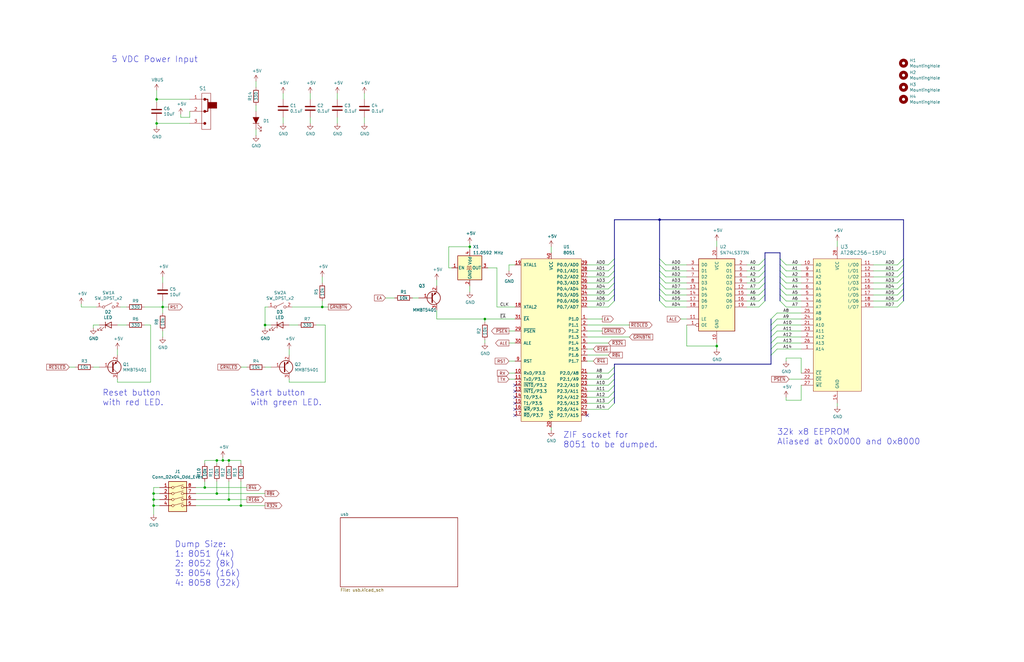
<source format=kicad_sch>
(kicad_sch (version 20211123) (generator eeschema)
  (paper "B")
  (title_block (title "8051dumper") (date "2022-01-23") (rev "1.0a") (company "SweProj.com"))
  (junction (at 302.26 146.05))
  (junction (at 96.52 210.82))
  (junction (at 66.04 52.07))
  (junction (at 64.77 210.82))
  (junction (at 96.52 194.31))
  (junction (at 198.12 104.14))
  (junction (at 91.44 194.31))
  (junction (at 66.04 41.91))
  (junction (at 91.44 208.28))
  (junction (at 135.89 129.54))
  (junction (at 68.58 129.54))
  (junction (at 101.6 213.36))
  (junction (at 204.47 134.62))
  (junction (at 111.76 137.16))
  (junction (at 64.77 208.28))
  (junction (at 64.77 213.36))
  (junction (at 278.13 92.71))
  (junction (at 86.36 205.74))
  (junction (at 93.98 194.31))
  (no_connect (at 217.17 175.26))
  (no_connect (at 217.17 172.72))
  (no_connect (at 217.17 162.56))
  (no_connect (at 217.17 165.1))
  (no_connect (at 217.17 167.64))
  (no_connect (at 247.65 175.26))
  (no_connect (at 217.17 170.18))
  (bus_entry (at 278.13 114.3) (size 2.54 2.54))
  (bus_entry (at 256.54 165.1) (size 2.54 -2.54))
  (bus_entry (at 327.66 147.32) (size -2.54 2.54))
  (bus_entry (at 256.54 124.46) (size 2.54 -2.54))
  (bus_entry (at 256.54 162.56) (size 2.54 -2.54))
  (bus_entry (at 328.93 124.46) (size 2.54 2.54))
  (bus_entry (at 378.46 119.38) (size 2.54 -2.54))
  (bus_entry (at 256.54 121.92) (size 2.54 -2.54))
  (bus_entry (at 378.46 121.92) (size 2.54 -2.54))
  (bus_entry (at 256.54 157.48) (size 2.54 -2.54))
  (bus_entry (at 278.13 119.38) (size 2.54 2.54))
  (bus_entry (at 256.54 170.18) (size 2.54 -2.54))
  (bus_entry (at 278.13 109.22) (size 2.54 2.54))
  (bus_entry (at 256.54 119.38) (size 2.54 -2.54))
  (bus_entry (at 378.46 124.46) (size 2.54 -2.54))
  (bus_entry (at 378.46 111.76) (size 2.54 -2.54))
  (bus_entry (at 320.04 124.46) (size 2.54 -2.54))
  (bus_entry (at 328.93 116.84) (size 2.54 2.54))
  (bus_entry (at 327.66 132.08) (size -2.54 2.54))
  (bus_entry (at 278.13 124.46) (size 2.54 2.54))
  (bus_entry (at 327.66 137.16) (size -2.54 2.54))
  (bus_entry (at 278.13 127) (size 2.54 2.54))
  (bus_entry (at 328.93 109.22) (size 2.54 2.54))
  (bus_entry (at 328.93 114.3) (size 2.54 2.54))
  (bus_entry (at 320.04 116.84) (size 2.54 -2.54))
  (bus_entry (at 256.54 129.54) (size 2.54 -2.54))
  (bus_entry (at 320.04 119.38) (size 2.54 -2.54))
  (bus_entry (at 278.13 111.76) (size 2.54 2.54))
  (bus_entry (at 328.93 119.38) (size 2.54 2.54))
  (bus_entry (at 325.12 137.16) (size 2.54 -2.54))
  (bus_entry (at 378.46 127) (size 2.54 -2.54))
  (bus_entry (at 325.12 147.32) (size 2.54 -2.54))
  (bus_entry (at 256.54 116.84) (size 2.54 -2.54))
  (bus_entry (at 256.54 114.3) (size 2.54 -2.54))
  (bus_entry (at 256.54 172.72) (size 2.54 -2.54))
  (bus_entry (at 325.12 142.24) (size 2.54 -2.54))
  (bus_entry (at 378.46 129.54) (size 2.54 -2.54))
  (bus_entry (at 320.04 114.3) (size 2.54 -2.54))
  (bus_entry (at 278.13 116.84) (size 2.54 2.54))
  (bus_entry (at 320.04 129.54) (size 2.54 -2.54))
  (bus_entry (at 378.46 116.84) (size 2.54 -2.54))
  (bus_entry (at 256.54 167.64) (size 2.54 -2.54))
  (bus_entry (at 256.54 127) (size 2.54 -2.54))
  (bus_entry (at 320.04 121.92) (size 2.54 -2.54))
  (bus_entry (at 256.54 160.02) (size 2.54 -2.54))
  (bus_entry (at 320.04 127) (size 2.54 -2.54))
  (bus_entry (at 256.54 111.76) (size 2.54 -2.54))
  (bus_entry (at 328.93 121.92) (size 2.54 2.54))
  (bus_entry (at 320.04 111.76) (size 2.54 -2.54))
  (bus_entry (at 378.46 114.3) (size 2.54 -2.54))
  (bus_entry (at 278.13 121.92) (size 2.54 2.54))
  (bus_entry (at 328.93 127) (size 2.54 2.54))
  (bus_entry (at 328.93 111.76) (size 2.54 2.54))
  (bus_entry (at 327.66 142.24) (size -2.54 2.54))
  (wire (pts (xy 101.6 154.94) (xy 104.14 154.94)))
  (wire (pts (xy 337.82 111.76) (xy 331.47 111.76)))
  (wire (pts (xy 91.44 208.28) (xy 111.76 208.28)))
  (wire (pts (xy 353.06 101.6) (xy 353.06 104.14)))
  (wire (pts (xy 91.44 203.2) (xy 91.44 208.28)))
  (wire (pts (xy 289.56 129.54) (xy 280.67 129.54)))
  (wire (pts (xy 247.65 114.3) (xy 256.54 114.3)))
  (bus (pts (xy 322.58 109.22) (xy 322.58 111.76)))
  (wire (pts (xy 82.55 213.36) (xy 101.6 213.36)))
  (wire (pts (xy 137.16 137.16) (xy 133.35 137.16)))
  (wire (pts (xy 86.36 195.58) (xy 86.36 194.31)))
  (wire (pts (xy 142.24 52.07) (xy 142.24 49.53)))
  (wire (pts (xy 135.89 116.84) (xy 135.89 119.38)))
  (wire (pts (xy 91.44 194.31) (xy 93.98 194.31)))
  (wire (pts (xy 93.98 193.04) (xy 93.98 194.31)))
  (wire (pts (xy 39.37 137.16) (xy 41.91 137.16)))
  (bus (pts (xy 259.08 154.94) (xy 259.08 157.48)))
  (wire (pts (xy 138.43 129.54) (xy 135.89 129.54)))
  (wire (pts (xy 302.26 144.78) (xy 302.26 146.05)))
  (bus (pts (xy 278.13 92.71) (xy 259.08 92.71)))
  (wire (pts (xy 119.38 41.91) (xy 119.38 39.37)))
  (wire (pts (xy 204.47 144.78) (xy 204.47 143.51)))
  (wire (pts (xy 353.06 171.45) (xy 353.06 170.18)))
  (wire (pts (xy 331.47 151.13) (xy 331.47 152.4)))
  (wire (pts (xy 337.82 137.16) (xy 327.66 137.16)))
  (wire (pts (xy 64.77 208.28) (xy 67.31 208.28)))
  (wire (pts (xy 184.15 130.81) (xy 184.15 134.62)))
  (wire (pts (xy 289.56 121.92) (xy 280.67 121.92)))
  (wire (pts (xy 82.55 208.28) (xy 91.44 208.28)))
  (wire (pts (xy 247.65 111.76) (xy 256.54 111.76)))
  (wire (pts (xy 287.02 134.62) (xy 289.56 134.62)))
  (wire (pts (xy 198.12 104.14) (xy 198.12 102.87)))
  (wire (pts (xy 68.58 129.54) (xy 68.58 132.08)))
  (wire (pts (xy 247.65 137.16) (xy 265.43 137.16)))
  (wire (pts (xy 247.65 149.86) (xy 256.54 149.86)))
  (bus (pts (xy 381 124.46) (xy 381 127)))
  (wire (pts (xy 205.74 113.03) (xy 209.55 113.03)))
  (bus (pts (xy 259.08 111.76) (xy 259.08 114.3)))
  (wire (pts (xy 130.81 41.91) (xy 130.81 39.37)))
  (wire (pts (xy 49.53 161.29) (xy 63.5 161.29)))
  (wire (pts (xy 247.65 165.1) (xy 256.54 165.1)))
  (bus (pts (xy 325.12 139.7) (xy 325.12 142.24)))
  (wire (pts (xy 111.76 138.43) (xy 111.76 137.16)))
  (wire (pts (xy 137.16 161.29) (xy 137.16 137.16)))
  (bus (pts (xy 328.93 114.3) (xy 328.93 116.84)))
  (bus (pts (xy 381 111.76) (xy 381 114.3)))
  (wire (pts (xy 247.65 170.18) (xy 256.54 170.18)))
  (bus (pts (xy 259.08 153.67) (xy 325.12 153.67)))
  (wire (pts (xy 302.26 146.05) (xy 289.56 146.05)))
  (bus (pts (xy 259.08 92.71) (xy 259.08 109.22)))
  (wire (pts (xy 64.77 210.82) (xy 64.77 213.36)))
  (wire (pts (xy 265.43 142.24) (xy 247.65 142.24)))
  (bus (pts (xy 322.58 114.3) (xy 322.58 116.84)))
  (wire (pts (xy 64.77 205.74) (xy 64.77 208.28)))
  (wire (pts (xy 66.04 52.07) (xy 80.01 52.07)))
  (wire (pts (xy 337.82 121.92) (xy 331.47 121.92)))
  (bus (pts (xy 322.58 111.76) (xy 322.58 114.3)))
  (wire (pts (xy 173.99 125.73) (xy 176.53 125.73)))
  (wire (pts (xy 190.5 113.03) (xy 189.23 113.03)))
  (bus (pts (xy 381 92.71) (xy 278.13 92.71)))
  (wire (pts (xy 247.65 116.84) (xy 256.54 116.84)))
  (wire (pts (xy 130.81 52.07) (xy 130.81 49.53)))
  (wire (pts (xy 101.6 213.36) (xy 111.76 213.36)))
  (wire (pts (xy 119.38 52.07) (xy 119.38 49.53)))
  (bus (pts (xy 322.58 124.46) (xy 322.58 127)))
  (wire (pts (xy 68.58 119.38) (xy 68.58 116.84)))
  (wire (pts (xy 247.65 129.54) (xy 256.54 129.54)))
  (wire (pts (xy 247.65 124.46) (xy 256.54 124.46)))
  (wire (pts (xy 198.12 123.19) (xy 198.12 120.65)))
  (bus (pts (xy 328.93 106.68) (xy 328.93 109.22)))
  (wire (pts (xy 111.76 154.94) (xy 114.3 154.94)))
  (bus (pts (xy 278.13 111.76) (xy 278.13 114.3)))
  (bus (pts (xy 325.12 147.32) (xy 325.12 149.86)))
  (wire (pts (xy 93.98 194.31) (xy 96.52 194.31)))
  (bus (pts (xy 381 109.22) (xy 381 111.76)))
  (wire (pts (xy 86.36 194.31) (xy 91.44 194.31)))
  (wire (pts (xy 289.56 111.76) (xy 280.67 111.76)))
  (wire (pts (xy 314.96 127) (xy 320.04 127)))
  (bus (pts (xy 278.13 119.38) (xy 278.13 121.92)))
  (bus (pts (xy 381 119.38) (xy 381 121.92)))
  (wire (pts (xy 214.63 114.3) (xy 214.63 111.76)))
  (bus (pts (xy 278.13 124.46) (xy 278.13 127)))
  (bus (pts (xy 328.93 109.22) (xy 328.93 111.76)))
  (wire (pts (xy 214.63 144.78) (xy 217.17 144.78)))
  (wire (pts (xy 214.63 157.48) (xy 217.17 157.48)))
  (wire (pts (xy 247.65 119.38) (xy 256.54 119.38)))
  (wire (pts (xy 76.2 49.53) (xy 80.01 49.53)))
  (bus (pts (xy 259.08 165.1) (xy 259.08 167.64)))
  (wire (pts (xy 204.47 134.62) (xy 217.17 134.62)))
  (wire (pts (xy 289.56 119.38) (xy 280.67 119.38)))
  (wire (pts (xy 63.5 161.29) (xy 63.5 137.16)))
  (wire (pts (xy 60.96 129.54) (xy 68.58 129.54)))
  (wire (pts (xy 232.41 181.61) (xy 232.41 180.34)))
  (wire (pts (xy 111.76 129.54) (xy 111.76 137.16)))
  (bus (pts (xy 259.08 160.02) (xy 259.08 162.56)))
  (wire (pts (xy 184.15 118.11) (xy 184.15 120.65)))
  (bus (pts (xy 322.58 106.68) (xy 322.58 109.22)))
  (wire (pts (xy 302.26 146.05) (xy 302.26 147.32)))
  (wire (pts (xy 189.23 113.03) (xy 189.23 104.14)))
  (bus (pts (xy 259.08 121.92) (xy 259.08 124.46)))
  (wire (pts (xy 135.89 129.54) (xy 135.89 127)))
  (wire (pts (xy 337.82 132.08) (xy 327.66 132.08)))
  (wire (pts (xy 314.96 129.54) (xy 320.04 129.54)))
  (wire (pts (xy 80.01 49.53) (xy 80.01 46.99)))
  (bus (pts (xy 322.58 106.68) (xy 328.93 106.68)))
  (wire (pts (xy 111.76 137.16) (xy 114.3 137.16)))
  (wire (pts (xy 254 139.7) (xy 247.65 139.7)))
  (wire (pts (xy 53.34 129.54) (xy 50.8 129.54)))
  (wire (pts (xy 66.04 41.91) (xy 80.01 41.91)))
  (wire (pts (xy 184.15 134.62) (xy 204.47 134.62)))
  (wire (pts (xy 337.82 129.54) (xy 331.47 129.54)))
  (wire (pts (xy 337.82 116.84) (xy 331.47 116.84)))
  (wire (pts (xy 104.14 210.82) (xy 96.52 210.82)))
  (bus (pts (xy 328.93 111.76) (xy 328.93 114.3)))
  (wire (pts (xy 247.65 172.72) (xy 256.54 172.72)))
  (wire (pts (xy 29.21 154.94) (xy 31.75 154.94)))
  (wire (pts (xy 64.77 213.36) (xy 67.31 213.36)))
  (wire (pts (xy 368.3 129.54) (xy 378.46 129.54)))
  (wire (pts (xy 153.67 52.07) (xy 153.67 49.53)))
  (wire (pts (xy 247.65 157.48) (xy 256.54 157.48)))
  (wire (pts (xy 66.04 38.1) (xy 66.04 41.91)))
  (wire (pts (xy 337.82 144.78) (xy 327.66 144.78)))
  (wire (pts (xy 314.96 114.3) (xy 320.04 114.3)))
  (wire (pts (xy 121.92 160.02) (xy 121.92 161.29)))
  (bus (pts (xy 278.13 121.92) (xy 278.13 124.46)))
  (wire (pts (xy 314.96 111.76) (xy 320.04 111.76)))
  (wire (pts (xy 368.3 114.3) (xy 378.46 114.3)))
  (wire (pts (xy 162.56 125.73) (xy 166.37 125.73)))
  (wire (pts (xy 39.37 154.94) (xy 41.91 154.94)))
  (wire (pts (xy 64.77 205.74) (xy 67.31 205.74)))
  (wire (pts (xy 96.52 194.31) (xy 101.6 194.31)))
  (wire (pts (xy 331.47 167.64) (xy 331.47 168.91)))
  (bus (pts (xy 328.93 116.84) (xy 328.93 119.38)))
  (bus (pts (xy 322.58 121.92) (xy 322.58 124.46)))
  (wire (pts (xy 64.77 208.28) (xy 64.77 210.82)))
  (wire (pts (xy 39.37 138.43) (xy 39.37 137.16)))
  (wire (pts (xy 247.65 127) (xy 256.54 127)))
  (bus (pts (xy 259.08 153.67) (xy 259.08 154.94)))
  (wire (pts (xy 250.19 147.32) (xy 247.65 147.32)))
  (wire (pts (xy 34.29 129.54) (xy 40.64 129.54)))
  (wire (pts (xy 214.63 152.4) (xy 217.17 152.4)))
  (wire (pts (xy 331.47 151.13) (xy 337.82 151.13)))
  (bus (pts (xy 259.08 119.38) (xy 259.08 121.92)))
  (wire (pts (xy 34.29 128.27) (xy 34.29 129.54)))
  (wire (pts (xy 121.92 161.29) (xy 137.16 161.29)))
  (wire (pts (xy 101.6 194.31) (xy 101.6 195.58)))
  (wire (pts (xy 337.82 168.91) (xy 337.82 162.56)))
  (wire (pts (xy 214.63 111.76) (xy 217.17 111.76)))
  (wire (pts (xy 368.3 111.76) (xy 378.46 111.76)))
  (bus (pts (xy 259.08 116.84) (xy 259.08 119.38)))
  (wire (pts (xy 96.52 210.82) (xy 82.55 210.82)))
  (bus (pts (xy 278.13 116.84) (xy 278.13 119.38)))
  (bus (pts (xy 381 92.71) (xy 381 109.22)))
  (bus (pts (xy 259.08 109.22) (xy 259.08 111.76)))
  (wire (pts (xy 337.82 134.62) (xy 327.66 134.62)))
  (wire (pts (xy 289.56 124.46) (xy 280.67 124.46)))
  (wire (pts (xy 337.82 114.3) (xy 331.47 114.3)))
  (wire (pts (xy 121.92 137.16) (xy 125.73 137.16)))
  (wire (pts (xy 254 134.62) (xy 247.65 134.62)))
  (wire (pts (xy 250.19 152.4) (xy 247.65 152.4)))
  (wire (pts (xy 289.56 127) (xy 280.67 127)))
  (wire (pts (xy 247.65 160.02) (xy 256.54 160.02)))
  (wire (pts (xy 337.82 157.48) (xy 337.82 151.13)))
  (wire (pts (xy 49.53 147.32) (xy 49.53 149.86)))
  (bus (pts (xy 328.93 119.38) (xy 328.93 121.92)))
  (bus (pts (xy 325.12 134.62) (xy 325.12 137.16)))
  (bus (pts (xy 278.13 114.3) (xy 278.13 116.84)))
  (bus (pts (xy 381 116.84) (xy 381 119.38)))
  (wire (pts (xy 368.3 116.84) (xy 378.46 116.84)))
  (wire (pts (xy 232.41 104.14) (xy 232.41 106.68)))
  (wire (pts (xy 123.19 129.54) (xy 135.89 129.54)))
  (bus (pts (xy 259.08 114.3) (xy 259.08 116.84)))
  (wire (pts (xy 289.56 116.84) (xy 280.67 116.84)))
  (wire (pts (xy 101.6 203.2) (xy 101.6 213.36)))
  (wire (pts (xy 314.96 119.38) (xy 320.04 119.38)))
  (wire (pts (xy 332.74 160.02) (xy 337.82 160.02)))
  (wire (pts (xy 247.65 167.64) (xy 256.54 167.64)))
  (bus (pts (xy 259.08 124.46) (xy 259.08 127)))
  (wire (pts (xy 66.04 50.8) (xy 66.04 52.07)))
  (wire (pts (xy 96.52 203.2) (xy 96.52 210.82)))
  (bus (pts (xy 381 121.92) (xy 381 124.46)))
  (wire (pts (xy 142.24 41.91) (xy 142.24 39.37)))
  (wire (pts (xy 368.3 124.46) (xy 378.46 124.46)))
  (wire (pts (xy 368.3 127) (xy 378.46 127)))
  (bus (pts (xy 325.12 142.24) (xy 325.12 144.78)))
  (wire (pts (xy 209.55 113.03) (xy 209.55 129.54)))
  (wire (pts (xy 64.77 213.36) (xy 64.77 217.17)))
  (wire (pts (xy 96.52 195.58) (xy 96.52 194.31)))
  (wire (pts (xy 76.2 48.26) (xy 76.2 49.53)))
  (wire (pts (xy 86.36 203.2) (xy 86.36 205.74)))
  (bus (pts (xy 325.12 144.78) (xy 325.12 147.32)))
  (wire (pts (xy 198.12 105.41) (xy 198.12 104.14)))
  (bus (pts (xy 328.93 124.46) (xy 328.93 127)))
  (bus (pts (xy 259.08 162.56) (xy 259.08 165.1)))
  (wire (pts (xy 337.82 119.38) (xy 331.47 119.38)))
  (wire (pts (xy 64.77 210.82) (xy 67.31 210.82)))
  (bus (pts (xy 278.13 109.22) (xy 278.13 111.76)))
  (wire (pts (xy 66.04 53.34) (xy 66.04 52.07)))
  (wire (pts (xy 247.65 144.78) (xy 256.54 144.78)))
  (wire (pts (xy 204.47 135.89) (xy 204.47 134.62)))
  (wire (pts (xy 314.96 121.92) (xy 320.04 121.92)))
  (wire (pts (xy 214.63 160.02) (xy 217.17 160.02)))
  (wire (pts (xy 337.82 142.24) (xy 327.66 142.24)))
  (wire (pts (xy 247.65 121.92) (xy 256.54 121.92)))
  (wire (pts (xy 71.12 129.54) (xy 68.58 129.54)))
  (wire (pts (xy 113.03 129.54) (xy 111.76 129.54)))
  (wire (pts (xy 104.14 205.74) (xy 86.36 205.74)))
  (wire (pts (xy 217.17 139.7) (xy 214.63 139.7)))
  (bus (pts (xy 325.12 137.16) (xy 325.12 139.7)))
  (wire (pts (xy 68.58 142.24) (xy 68.58 139.7)))
  (wire (pts (xy 91.44 195.58) (xy 91.44 194.31)))
  (wire (pts (xy 66.04 43.18) (xy 66.04 41.91)))
  (wire (pts (xy 121.92 147.32) (xy 121.92 149.86)))
  (wire (pts (xy 314.96 124.46) (xy 320.04 124.46)))
  (bus (pts (xy 322.58 119.38) (xy 322.58 121.92)))
  (bus (pts (xy 259.08 157.48) (xy 259.08 160.02)))
  (wire (pts (xy 49.53 160.02) (xy 49.53 161.29)))
  (wire (pts (xy 337.82 147.32) (xy 327.66 147.32)))
  (wire (pts (xy 289.56 114.3) (xy 280.67 114.3)))
  (wire (pts (xy 153.67 41.91) (xy 153.67 39.37)))
  (bus (pts (xy 325.12 149.86) (xy 325.12 153.67)))
  (wire (pts (xy 337.82 124.46) (xy 331.47 124.46)))
  (bus (pts (xy 278.13 92.71) (xy 278.13 109.22)))
  (wire (pts (xy 107.95 34.29) (xy 107.95 36.83)))
  (wire (pts (xy 189.23 104.14) (xy 198.12 104.14)))
  (wire (pts (xy 368.3 119.38) (xy 378.46 119.38)))
  (bus (pts (xy 259.08 167.64) (xy 259.08 170.18)))
  (bus (pts (xy 381 114.3) (xy 381 116.84)))
  (wire (pts (xy 337.82 127) (xy 331.47 127)))
  (wire (pts (xy 368.3 121.92) (xy 378.46 121.92)))
  (wire (pts (xy 49.53 137.16) (xy 53.34 137.16)))
  (wire (pts (xy 314.96 116.84) (xy 320.04 116.84)))
  (wire (pts (xy 63.5 137.16) (xy 60.96 137.16)))
  (wire (pts (xy 209.55 129.54) (xy 217.17 129.54)))
  (wire (pts (xy 86.36 205.74) (xy 82.55 205.74)))
  (bus (pts (xy 328.93 121.92) (xy 328.93 124.46)))
  (wire (pts (xy 247.65 162.56) (xy 256.54 162.56)))
  (wire (pts (xy 68.58 127) (xy 68.58 129.54)))
  (wire (pts (xy 107.95 54.61) (xy 107.95 57.15)))
  (wire (pts (xy 331.47 168.91) (xy 337.82 168.91)))
  (wire (pts (xy 107.95 44.45) (xy 107.95 46.99)))
  (wire (pts (xy 289.56 146.05) (xy 289.56 137.16)))
  (bus (pts (xy 322.58 116.84) (xy 322.58 119.38)))
  (wire (pts (xy 302.26 101.6) (xy 302.26 104.14)))
  (wire (pts (xy 337.82 139.7) (xy 327.66 139.7)))
  (text "32k x8 EEPROM\nAliased at 0x0000 and 0x8000" (at 327.66 187.96 0) (effects (font (size 2.54 2.54)) (justify left bottom)))
  (text "Reset button\nwith red LED." (at 43.18 171.45 0) (effects (font (size 2.54 2.54)) (justify left bottom)))
  (text "Dump Size:\n1: 8051 (4k)\n2: 8052 (8k)\n3: 8054 (16k)\n4: 8058 (32k)" (at 73.66 247.65 0) (effects (font (size 2.54 2.54)) (justify left bottom)))
  (text "ZIF socket for\n8051 to be dumped." (at 237.49 189.23 0) (effects (font (size 2.54 2.54)) (justify left bottom)))
  (text "Start button\nwith green LED." (at 105.41 171.45 0) (effects (font (size 2.54 2.54)) (justify left bottom)))
  (text "5 VDC Power Input" (at 46.99 26.67 0) (effects (font (size 2.54 2.54)) (justify left bottom)))
  (label "A5" (at 334.01 124.46 0))
  (label "~{EA}" (at 210.82 134.62 0))
  (label "A11" (at 251.46 165.1 0))
  (label "A6" (at 334.01 127 0))
  (label "A9" (at 330.2 134.62 0))
  (label "A2" (at 334.01 116.84 0))
  (label "A8" (at 330.2 132.08 0))
  (label "AD4" (at 373.38 121.92 0))
  (label "AD2" (at 373.38 116.84 0))
  (label "AD0" (at 283.21 111.76 0))
  (label "AD6" (at 283.21 124.46 0))
  (label "AD1" (at 251.46 114.3 0))
  (label "AD5" (at 283.21 127 0))
  (label "AD3" (at 283.21 119.38 0))
  (label "CLK" (at 210.82 129.54 0))
  (label "A13" (at 251.46 170.18 0))
  (label "AD7" (at 283.21 121.92 0))
  (label "AD3" (at 373.38 119.38 0))
  (label "AD0" (at 373.38 111.76 0))
  (label "AD4" (at 251.46 121.92 0))
  (label "A7" (at 316.23 121.92 0))
  (label "A7" (at 334.01 129.54 0))
  (label "AD2" (at 283.21 116.84 0))
  (label "A12" (at 251.46 167.64 0))
  (label "A3" (at 316.23 119.38 0))
  (label "AD1" (at 283.21 114.3 0))
  (label "A3" (at 334.01 119.38 0))
  (label "AD3" (at 251.46 119.38 0))
  (label "A4" (at 334.01 121.92 0))
  (label "A13" (at 330.2 144.78 0))
  (label "AD6" (at 251.46 127 0))
  (label "A8" (at 251.46 157.48 0))
  (label "A1" (at 316.23 114.3 0))
  (label "A1" (at 334.01 114.3 0))
  (label "A10" (at 330.2 137.16 0))
  (label "AD7" (at 373.38 129.54 0))
  (label "AD7" (at 251.46 129.54 0))
  (label "A6" (at 316.23 124.46 0))
  (label "AD6" (at 373.38 127 0))
  (label "AD0" (at 251.46 111.76 0))
  (label "A2" (at 316.23 116.84 0))
  (label "AD4" (at 283.21 129.54 0))
  (label "AD2" (at 251.46 116.84 0))
  (label "AD5" (at 373.38 124.46 0))
  (label "AD1" (at 373.38 114.3 0))
  (label "A0" (at 334.01 111.76 0))
  (label "A0" (at 316.23 111.76 0))
  (label "A4" (at 316.23 129.54 0))
  (label "A11" (at 330.2 139.7 0))
  (label "A12" (at 330.2 142.24 0))
  (label "A14" (at 251.46 172.72 0))
  (label "A14" (at 330.2 147.32 0))
  (label "AD5" (at 251.46 124.46 0))
  (label "A9" (at 251.46 160.02 0))
  (label "A10" (at 251.46 162.56 0))
  (label "A5" (at 316.23 127 0))
  (global_label "~{R8k}" (shape output) (at 111.76 208.28 0) (property "Intersheet References" "${INTERSHEET_REFS}" (effects hide)))
  (global_label "~{GRNBTN}" (shape input) (at 265.43 142.24 0) (property "Intersheet References" "${INTERSHEET_REFS}" (effects hide)))
  (global_label "~{GRNLED}" (shape input) (at 101.6 154.94 180) (property "Intersheet References" "${INTERSHEET_REFS}" (effects hide)))
  (global_label "TX" (shape input) (at 214.63 160.02 180) (property "Intersheet References" "${INTERSHEET_REFS}" (effects hide)))
  (global_label "~{R16k}" (shape output) (at 104.14 210.82 0) (property "Intersheet References" "${INTERSHEET_REFS}" (effects hide)))
  (global_label "~{GRNLED}" (shape output) (at 254 139.7 0) (property "Intersheet References" "${INTERSHEET_REFS}" (effects hide)))
  (global_label "~{R4k}" (shape input) (at 250.19 152.4 0) (property "Intersheet References" "${INTERSHEET_REFS}" (effects hide)))
  (global_label "~{REDLED}" (shape output) (at 265.43 137.16 0) (property "Intersheet References" "${INTERSHEET_REFS}" (effects hide)))
  (global_label "EA" (shape output) (at 254 134.62 0) (property "Intersheet References" "${INTERSHEET_REFS}" (effects hide)))
  (global_label "EA" (shape input) (at 162.56 125.73 180) (property "Intersheet References" "${INTERSHEET_REFS}" (effects hide)))
  (global_label "ALE" (shape output) (at 214.63 144.78 180) (property "Intersheet References" "${INTERSHEET_REFS}" (effects hide)))
  (global_label "RX" (shape input) (at 214.63 157.48 180) (property "Intersheet References" "${INTERSHEET_REFS}" (effects hide)))
  (global_label "~{R16k}" (shape input) (at 250.19 147.32 0) (property "Intersheet References" "${INTERSHEET_REFS}" (effects hide)))
  (global_label "~{R4k}" (shape output) (at 104.14 205.74 0) (property "Intersheet References" "${INTERSHEET_REFS}" (effects hide)))
  (global_label "RST" (shape input) (at 214.63 152.4 180) (property "Intersheet References" "${INTERSHEET_REFS}" (effects hide)))
  (global_label "~{R32k}" (shape output) (at 111.76 213.36 0) (property "Intersheet References" "${INTERSHEET_REFS}" (effects hide)))
  (global_label "~{REDLED}" (shape input) (at 29.21 154.94 180) (property "Intersheet References" "${INTERSHEET_REFS}" (effects hide)))
  (global_label "~{R32k}" (shape input) (at 256.54 144.78 0) (property "Intersheet References" "${INTERSHEET_REFS}" (effects hide)))
  (global_label "~{PSEN}" (shape input) (at 332.74 160.02 180) (property "Intersheet References" "${INTERSHEET_REFS}" (effects hide)))
  (global_label "RST" (shape output) (at 71.12 129.54 0) (property "Intersheet References" "${INTERSHEET_REFS}" (effects hide)))
  (global_label "~{PSEN}" (shape output) (at 214.63 139.7 180) (property "Intersheet References" "${INTERSHEET_REFS}" (effects hide)))
  (global_label "~{R8k}" (shape input) (at 256.54 149.86 0) (property "Intersheet References" "${INTERSHEET_REFS}" (effects hide)))
  (global_label "~{GRNBTN}" (shape output) (at 138.43 129.54 0) (property "Intersheet References" "${INTERSHEET_REFS}" (effects hide)))
  (global_label "ALE" (shape input) (at 287.02 134.62 180) (property "Intersheet References" "${INTERSHEET_REFS}" (effects hide)))
  (symbol (lib_id "8051dumper-rescue:8051-MCU_8051") (at 232.41 143.51 0) (unit 1)
    (property "Reference" "U1" (at 237.49 104.14 0) (effects (justify left)))
    (property "Value" "8051" (at 237.49 106.68 0) (effects (justify left)))
    (property "Footprint" "Package_DIP:DIP-40_W15.24mm_ZIF_Socket_Aries_40-6554-10" (effects hide))
    (property "MPN" "Aries:40-6554-10" (effects hide))
    (property "IPN" "TBD" (effects hide))
  )
  (symbol (lib_id "8051dumper-rescue:SN74LS373N-Logic") (at 302.26 124.46 0) (unit 1)
    (property "Reference" "U2" (at 303.53 104.14 0) (effects (justify left)))
    (property "Value" "SN74LS373N" (at 303.53 106.68 0) (effects (justify left)))
    (property "Footprint" "Package_DIP:DIP-20_W7.62mm" (effects hide))
    (property "Datasheet" "http://www.ti.com/lit/gpn/sn74LS373" (effects hide))
    (property "MPN" "TI:SN74LS373N" (effects hide))
    (property "IPN" "TBD" (effects hide))
  )
  (symbol (lib_id "Oscillator:ASE-xxxMHz") (at 198.12 113.03 0) (unit 1)
    (property "Reference" "X1" (at 199.39 104.14 0) (effects (justify left)))
    (property "Value" "11.0592 MHz" (at 199.39 106.68 0) (effects (justify left)))
    (property "Footprint" "Oscillator:Oscillator_SMD_EuroQuartz_XO53-4Pin_5.0x3.2mm" (effects hide))
    (property "Datasheet" "http://www.ecsxtal.com/store/pdf/ecs-2200x.pdf" (effects hide))
    (property "MPN" "ECS:ECS-2200BX-110.5" (effects hide))
    (property "LCSC" "C387216" (effects hide))
  )
  (symbol (lib_id "8051dumper-rescue:AT28C256-15PU-Memory_EEPROM") (at 337.82 111.76 0) (unit 1)
    (property "Reference" "U3" (at 354.33 104.14 0) (effects (font (size 1.524 1.524)) (justify left)))
    (property "Value" "AT28C256-15PU" (at 354.33 106.68 0) (effects (font (size 1.524 1.524)) (justify left)))
    (property "Footprint" "Package_DIP:DIP-28_W15.24mm_Socket" (effects hide))
    (property "MPN" "Microchip:AT28C256-15PU" (effects hide))
    (property "IPN" "TBD" (effects hide))
  )
  (symbol (lib_id "8051dumper-rescue:C_0.1uF_50V_X7R_radial-Capacitor") (at 119.38 45.72 0) (unit 1)
    (property "Reference" "C1" (at 122.301 44.5516 0) (effects (justify left)))
    (property "Value" "0.1uF" (at 122.301 46.863 0) (effects (justify left)))
    (property "Footprint" "Capacitor_SMD:C_0402_1005Metric" (effects hide))
    (property "Datasheet" "http://www.vishay.com/docs/45171/kseries.pdf" (effects hide))
    (property "MPN" "Vishay:K104K10X7RF5UL2" (effects hide))
    (property "LCSC" "C1525" (effects hide))
  )
  (symbol (lib_id "8051dumper-rescue:R_10k_1%_0p25W_axial-Resistor") (at 204.47 139.7 0) (unit 1)
    (property "Reference" "R2" (at 201.93 139.7 90))
    (property "Value" "10k" (at 204.47 139.7 90))
    (property "Footprint" "Resistor_SMD:R_0402_1005Metric" (effects hide))
    (property "Datasheet" "https://www.seielect.com/catalog/sei-rnf_rnmf.pdf" (effects hide))
    (property "MPN" "Stackpole:RNF14FTD10K0" (effects hide))
    (property "LCSC" "C25744" (effects hide))
  )
  (symbol (lib_id "8051dumper-rescue:R_332_1%_0p25W_axial-Resistor") (at 129.54 137.16 270) (unit 1)
    (property "Reference" "R7" (at 129.54 134.62 90))
    (property "Value" "330" (at 129.54 137.16 90))
    (property "Footprint" "Resistor_SMD:R_0402_1005Metric" (effects hide))
    (property "Datasheet" "https://www.seielect.com/catalog/sei-rnf_rnmf.pdf" (effects hide))
    (property "MPN" "Stackpole:RNF14FTD332R" (effects hide))
    (property "LCSC" "C25104" (effects hide))
  )
  (symbol (lib_id "power:GND") (at 214.63 114.3 0) (unit 1)
    (property "Reference" "#PWR07" (effects hide))
    (property "Value" "GND" (at 214.757 118.6942 0))
  )
  (symbol (lib_id "8051dumper-rescue:R_10k_1%_0p25W_axial-Resistor") (at 107.95 154.94 270) (unit 1)
    (property "Reference" "R4" (at 107.95 152.4 90))
    (property "Value" "10k" (at 107.95 154.94 90))
    (property "Footprint" "Resistor_SMD:R_0402_1005Metric" (effects hide))
    (property "Datasheet" "https://www.seielect.com/catalog/sei-rnf_rnmf.pdf" (effects hide))
    (property "MPN" "Stackpole:RNF14FTD10K0" (effects hide))
    (property "LCSC" "C25744" (effects hide))
  )
  (symbol (lib_id "8051dumper-rescue:R_10k_1%_0p25W_axial-Resistor") (at 170.18 125.73 270) (unit 1)
    (property "Reference" "R1" (at 170.18 123.19 90))
    (property "Value" "10k" (at 170.18 125.73 90))
    (property "Footprint" "Resistor_SMD:R_0402_1005Metric" (effects hide))
    (property "Datasheet" "https://www.seielect.com/catalog/sei-rnf_rnmf.pdf" (effects hide))
    (property "MPN" "Stackpole:RNF14FTD10K0" (effects hide))
    (property "LCSC" "C25744" (effects hide))
  )
  (symbol (lib_id "power:+5V") (at 121.92 147.32 0) (unit 1)
    (property "Reference" "#PWR016" (effects hide))
    (property "Value" "+5V" (at 122.301 142.9258 0))
  )
  (symbol (lib_id "power:GND") (at 111.76 138.43 0) (unit 1)
    (property "Reference" "#PWR029" (effects hide))
    (property "Value" "GND" (at 111.887 142.8242 0))
  )
  (symbol (lib_id "power:GND") (at 302.26 147.32 0) (unit 1)
    (property "Reference" "#PWR010" (effects hide))
    (property "Value" "GND" (at 302.387 151.7142 0))
  )
  (symbol (lib_id "power:GND") (at 232.41 181.61 0) (unit 1)
    (property "Reference" "#PWR014" (effects hide))
    (property "Value" "GND" (at 232.537 186.0042 0))
  )
  (symbol (lib_id "power:GND") (at 353.06 171.45 0) (unit 1)
    (property "Reference" "#PWR013" (effects hide))
    (property "Value" "GND" (at 353.187 175.8442 0))
  )
  (symbol (lib_id "8051dumper-rescue:R_332_1%_0p25W_axial-Resistor") (at 57.15 137.16 270) (unit 1)
    (property "Reference" "R6" (at 57.15 134.62 90))
    (property "Value" "330" (at 57.15 137.16 90))
    (property "Footprint" "Resistor_SMD:R_0402_1005Metric" (effects hide))
    (property "Datasheet" "https://www.seielect.com/catalog/sei-rnf_rnmf.pdf" (effects hide))
    (property "MPN" "Stackpole:RNF14FTD332R" (effects hide))
    (property "LCSC" "C25104" (effects hide))
  )
  (symbol (lib_id "8051dumper-rescue:R_10k_1%_0p25W_axial-Resistor") (at 35.56 154.94 270) (unit 1)
    (property "Reference" "R3" (at 35.56 152.4 90))
    (property "Value" "10k" (at 35.56 154.94 90))
    (property "Footprint" "Resistor_SMD:R_0402_1005Metric" (effects hide))
    (property "Datasheet" "https://www.seielect.com/catalog/sei-rnf_rnmf.pdf" (effects hide))
    (property "MPN" "Stackpole:RNF14FTD10K0" (effects hide))
    (property "LCSC" "C25744" (effects hide))
  )
  (symbol (lib_id "power:+5V") (at 49.53 147.32 0) (unit 1)
    (property "Reference" "#PWR015" (effects hide))
    (property "Value" "+5V" (at 49.911 142.9258 0))
  )
  (symbol (lib_id "power:GND") (at 39.37 138.43 0) (unit 1)
    (property "Reference" "#PWR028" (effects hide))
    (property "Value" "GND" (at 39.497 142.8242 0))
  )
  (symbol (lib_id "8051dumper-rescue:R_332_1%_0p25W_axial-Resistor") (at 57.15 129.54 270) (unit 1)
    (property "Reference" "R9" (at 57.15 127 90))
    (property "Value" "330" (at 57.15 129.54 90))
    (property "Footprint" "Resistor_SMD:R_0402_1005Metric" (effects hide))
    (property "Datasheet" "https://www.seielect.com/catalog/sei-rnf_rnmf.pdf" (effects hide))
    (property "MPN" "Stackpole:RNF14FTD332R" (effects hide))
    (property "LCSC" "C25104" (effects hide))
  )
  (symbol (lib_id "power:+5V") (at 302.26 101.6 0) (unit 1)
    (property "Reference" "#PWR03" (effects hide))
    (property "Value" "+5V" (at 302.641 97.2058 0))
  )
  (symbol (lib_id "power:+5V") (at 353.06 101.6 0) (unit 1)
    (property "Reference" "#PWR04" (effects hide))
    (property "Value" "+5V" (at 353.441 97.2058 0))
  )
  (symbol (lib_id "8051dumper-rescue:C_10uF_10V_X7R_radial-Capacitor") (at 68.58 123.19 0) (unit 1)
    (property "Reference" "C5" (at 71.501 122.0216 0) (effects (justify left)))
    (property "Value" "10uF" (at 71.501 124.333 0) (effects (justify left)))
    (property "Footprint" "Capacitor_SMD:C_0805_2012Metric" (effects hide))
    (property "Datasheet" "https://product.tdk.com/info/en/catalog/datasheets/leadmlcc_halogenfree_fg_en.pdf" (effects hide))
    (property "MPN" "TDK:FG24X7R1A106KRT06" (effects hide))
    (property "LCSC" "C15850" (effects hide))
  )
  (symbol (lib_id "power:+5V") (at 232.41 104.14 0) (unit 1)
    (property "Reference" "#PWR06" (effects hide))
    (property "Value" "+5V" (at 232.791 99.7458 0))
  )
  (symbol (lib_id "8051dumper-rescue:C_0.1uF_50V_X7R_radial-Capacitor") (at 130.81 45.72 0) (unit 1)
    (property "Reference" "C2" (at 133.731 44.5516 0) (effects (justify left)))
    (property "Value" "0.1uF" (at 133.731 46.863 0) (effects (justify left)))
    (property "Footprint" "Capacitor_SMD:C_0402_1005Metric" (effects hide))
    (property "Datasheet" "http://www.vishay.com/docs/45171/kseries.pdf" (effects hide))
    (property "MPN" "Vishay:K104K10X7RF5UL2" (effects hide))
    (property "LCSC" "C1525" (effects hide))
  )
  (symbol (lib_id "8051dumper-rescue:C_0.1uF_50V_X7R_radial-Capacitor") (at 142.24 45.72 0) (unit 1)
    (property "Reference" "C3" (at 145.161 44.5516 0) (effects (justify left)))
    (property "Value" "0.1uF" (at 145.161 46.863 0) (effects (justify left)))
    (property "Footprint" "Capacitor_SMD:C_0402_1005Metric" (effects hide))
    (property "Datasheet" "http://www.vishay.com/docs/45171/kseries.pdf" (effects hide))
    (property "MPN" "Vishay:K104K10X7RF5UL2" (effects hide))
    (property "LCSC" "C1525" (effects hide))
  )
  (symbol (lib_id "8051dumper-rescue:C_0.1uF_50V_X7R_radial-Capacitor") (at 153.67 45.72 0) (unit 1)
    (property "Reference" "C4" (at 156.591 44.5516 0) (effects (justify left)))
    (property "Value" "0.1uF" (at 156.591 46.863 0) (effects (justify left)))
    (property "Footprint" "Capacitor_SMD:C_0402_1005Metric" (effects hide))
    (property "Datasheet" "http://www.vishay.com/docs/45171/kseries.pdf" (effects hide))
    (property "MPN" "Vishay:K104K10X7RF5UL2" (effects hide))
    (property "LCSC" "C1525" (effects hide))
  )
  (symbol (lib_id "8051dumper-rescue:R_10k_1%_0p25W_axial-Resistor") (at 68.58 135.89 0) (unit 1)
    (property "Reference" "R8" (at 66.04 135.89 90))
    (property "Value" "10k" (at 68.58 135.89 90))
    (property "Footprint" "Resistor_SMD:R_0402_1005Metric" (effects hide))
    (property "Datasheet" "https://www.seielect.com/catalog/sei-rnf_rnmf.pdf" (effects hide))
    (property "MPN" "Stackpole:RNF14FTD10K0" (effects hide))
    (property "LCSC" "C25744" (effects hide))
  )
  (symbol (lib_id "power:+5V") (at 68.58 116.84 0) (unit 1)
    (property "Reference" "#PWR021" (effects hide))
    (property "Value" "+5V" (at 68.961 112.4458 0))
  )
  (symbol (lib_id "power:+5V") (at 76.2 48.26 0) (unit 1)
    (property "Reference" "#PWR01" (effects hide))
    (property "Value" "+5V" (at 76.581 43.8658 0))
  )
  (symbol (lib_id "power:GND") (at 66.04 53.34 0) (unit 1)
    (property "Reference" "#PWR02" (effects hide))
    (property "Value" "GND" (at 66.167 57.7342 0))
  )
  (symbol (lib_id "power:GND") (at 68.58 142.24 0) (unit 1)
    (property "Reference" "#PWR030" (effects hide))
    (property "Value" "GND" (at 68.707 146.6342 0))
  )
  (symbol (lib_id "power:+5V") (at 331.47 167.64 0) (unit 1)
    (property "Reference" "#PWR012" (effects hide))
    (property "Value" "+5V" (at 331.851 163.2458 0))
  )
  (symbol (lib_id "power:GND") (at 204.47 144.78 0) (unit 1)
    (property "Reference" "#PWR09" (effects hide))
    (property "Value" "GND" (at 204.597 149.1742 0))
  )
  (symbol (lib_id "power:+5V") (at 34.29 128.27 0) (unit 1)
    (property "Reference" "#PWR027" (effects hide))
    (property "Value" "+5V" (at 34.671 123.8758 0))
  )
  (symbol (lib_id "power:+5V") (at 119.38 39.37 0) (unit 1)
    (property "Reference" "#PWR017" (effects hide))
    (property "Value" "+5V" (at 119.761 34.9758 0))
  )
  (symbol (lib_id "power:GND") (at 119.38 52.07 0) (unit 1)
    (property "Reference" "#PWR023" (effects hide))
    (property "Value" "GND" (at 119.507 56.4642 0))
  )
  (symbol (lib_id "power:+5V") (at 130.81 39.37 0) (unit 1)
    (property "Reference" "#PWR018" (effects hide))
    (property "Value" "+5V" (at 131.191 34.9758 0))
  )
  (symbol (lib_id "power:GND") (at 130.81 52.07 0) (unit 1)
    (property "Reference" "#PWR024" (effects hide))
    (property "Value" "GND" (at 130.937 56.4642 0))
  )
  (symbol (lib_id "power:+5V") (at 142.24 39.37 0) (unit 1)
    (property "Reference" "#PWR019" (effects hide))
    (property "Value" "+5V" (at 142.621 34.9758 0))
  )
  (symbol (lib_id "power:GND") (at 142.24 52.07 0) (unit 1)
    (property "Reference" "#PWR025" (effects hide))
    (property "Value" "GND" (at 142.367 56.4642 0))
  )
  (symbol (lib_id "power:+5V") (at 153.67 39.37 0) (unit 1)
    (property "Reference" "#PWR020" (effects hide))
    (property "Value" "+5V" (at 154.051 34.9758 0))
  )
  (symbol (lib_id "power:GND") (at 153.67 52.07 0) (unit 1)
    (property "Reference" "#PWR026" (effects hide))
    (property "Value" "GND" (at 153.797 56.4642 0))
  )
  (symbol (lib_id "power:+5V") (at 198.12 102.87 0) (unit 1)
    (property "Reference" "#PWR05" (effects hide))
    (property "Value" "+5V" (at 198.501 98.4758 0))
  )
  (symbol (lib_id "8051dumper-rescue:R_10k_1%_0p25W_axial-Resistor") (at 135.89 123.19 0) (unit 1)
    (property "Reference" "R5" (at 133.35 123.19 90))
    (property "Value" "10k" (at 135.89 123.19 90))
    (property "Footprint" "Resistor_SMD:R_0402_1005Metric" (effects hide))
    (property "Datasheet" "https://www.seielect.com/catalog/sei-rnf_rnmf.pdf" (effects hide))
    (property "MPN" "Stackpole:RNF14FTD10K0" (effects hide))
    (property "LCSC" "C25744" (effects hide))
  )
  (symbol (lib_id "power:+5V") (at 135.89 116.84 0) (unit 1)
    (property "Reference" "#PWR022" (effects hide))
    (property "Value" "+5V" (at 136.271 112.4458 0))
  )
  (symbol (lib_id "power:GND") (at 198.12 123.19 0) (unit 1)
    (property "Reference" "#PWR08" (effects hide))
    (property "Value" "GND" (at 198.247 127.5842 0))
  )
  (symbol (lib_id "8051dumper-rescue:CK_1101M2S3CQE2-Switch") (at 88.9 46.99 0) (mirror x) (unit 1)
    (property "Reference" "S1" (at 85.5218 37.3126 0) (effects (font (size 1.524 1.524))))
    (property "Value" "CK_1101M2S3CQE2" (effects hide))
    (property "Footprint" "Button_Switch_THT:SW_CK_1101M2S3CQE2" (effects hide))
    (property "IPN" "TBD" (effects hide))
    (property "MPN" "CK:1101M2S3CQE2" (effects hide))
  )
  (symbol (lib_id "power:GND") (at 331.47 152.4 0) (unit 1)
    (property "Reference" "#PWR033" (effects hide))
    (property "Value" "GND" (at 331.597 156.7942 0))
  )
  (symbol (lib_id "power:GND") (at 64.77 217.17 0) (unit 1)
    (property "Reference" "#PWR035" (effects hide))
    (property "Value" "GND" (at 64.897 221.5642 0))
  )
  (symbol (lib_id "8051dumper-rescue:LED-LED") (at 107.95 50.8 90) (unit 1)
    (property "Reference" "D1" (at 110.9472 50.9778 90) (effects (justify right)))
    (property "Value" "LED" (effects hide))
    (property "Footprint" "LED_SMD:LED_0603_1608Metric" (effects hide))
    (property "MPN" "Kingbright:WP7113GD" (effects hide))
    (property "LCSC" "C72041" (effects hide))
  )
  (symbol (lib_id "8051dumper-rescue:R_332_1%_0p25W_axial-Resistor") (at 107.95 40.64 0) (unit 1)
    (property "Reference" "R14" (at 105.41 40.64 90))
    (property "Value" "330" (at 107.95 40.64 90))
    (property "Footprint" "Resistor_SMD:R_0402_1005Metric" (effects hide))
    (property "Datasheet" "https://www.seielect.com/catalog/sei-rnf_rnmf.pdf" (effects hide))
    (property "MPN" "Stackpole:RNF14FTD332R" (effects hide))
    (property "LCSC" "C25104" (effects hide))
  )
  (symbol (lib_id "power:GND") (at 107.95 57.15 0) (unit 1)
    (property "Reference" "#PWR037" (effects hide))
    (property "Value" "GND" (at 108.077 61.5442 0))
  )
  (symbol (lib_id "power:+5V") (at 107.95 34.29 0) (unit 1)
    (property "Reference" "#PWR036" (effects hide))
    (property "Value" "+5V" (at 108.331 29.8958 0))
  )
  (symbol (lib_id "8051dumper-rescue:R_10k_1%_0p25W_axial-Resistor") (at 86.36 199.39 0) (unit 1)
    (property "Reference" "R10" (at 83.82 199.39 90))
    (property "Value" "10k" (at 86.36 199.39 90))
    (property "Footprint" "Resistor_SMD:R_0402_1005Metric" (effects hide))
    (property "Datasheet" "https://www.seielect.com/catalog/sei-rnf_rnmf.pdf" (effects hide))
    (property "MPN" "Stackpole:RNF14FTD10K0" (effects hide))
    (property "LCSC" "C25744" (effects hide))
  )
  (symbol (lib_id "8051dumper-rescue:R_10k_1%_0p25W_axial-Resistor") (at 91.44 199.39 0) (unit 1)
    (property "Reference" "R11" (at 88.9 199.39 90))
    (property "Value" "10k" (at 91.44 199.39 90))
    (property "Footprint" "Resistor_SMD:R_0402_1005Metric" (effects hide))
    (property "Datasheet" "https://www.seielect.com/catalog/sei-rnf_rnmf.pdf" (effects hide))
    (property "MPN" "Stackpole:RNF14FTD10K0" (effects hide))
    (property "LCSC" "C25744" (effects hide))
  )
  (symbol (lib_id "8051dumper-rescue:R_10k_1%_0p25W_axial-Resistor") (at 96.52 199.39 0) (unit 1)
    (property "Reference" "R12" (at 93.98 199.39 90))
    (property "Value" "10k" (at 96.52 199.39 90))
    (property "Footprint" "Resistor_SMD:R_0402_1005Metric" (effects hide))
    (property "Datasheet" "https://www.seielect.com/catalog/sei-rnf_rnmf.pdf" (effects hide))
    (property "MPN" "Stackpole:RNF14FTD10K0" (effects hide))
    (property "LCSC" "C25744" (effects hide))
  )
  (symbol (lib_id "8051dumper-rescue:R_10k_1%_0p25W_axial-Resistor") (at 101.6 199.39 0) (unit 1)
    (property "Reference" "R13" (at 99.06 199.39 90))
    (property "Value" "10k" (at 101.6 199.39 90))
    (property "Footprint" "Resistor_SMD:R_0402_1005Metric" (effects hide))
    (property "Datasheet" "https://www.seielect.com/catalog/sei-rnf_rnmf.pdf" (effects hide))
    (property "MPN" "Stackpole:RNF14FTD10K0" (effects hide))
    (property "LCSC" "C25744" (effects hide))
  )
  (symbol (lib_id "power:+5V") (at 93.98 193.04 0) (unit 1)
    (property "Reference" "#PWR034" (effects hide))
    (property "Value" "+5V" (at 94.361 188.6458 0))
  )
  (symbol (lib_id "8051dumper-rescue:C_10uF_10V_X7R_radial-Capacitor") (at 66.04 46.99 0) (unit 1)
    (property "Reference" "C6" (at 68.961 45.8216 0) (effects (justify left)))
    (property "Value" "10uF" (at 68.961 48.133 0) (effects (justify left)))
    (property "Footprint" "Capacitor_SMD:C_0805_2012Metric" (effects hide))
    (property "Datasheet" "https://product.tdk.com/info/en/catalog/datasheets/leadmlcc_halogenfree_fg_en.pdf" (effects hide))
    (property "MPN" "TDK:FG24X7R1A106KRT06" (effects hide))
    (property "LCSC" "C15850" (effects hide))
  )
  (symbol (lib_id "power:+5V") (at 184.15 118.11 0) (unit 1)
    (property "Reference" "#PWR031" (effects hide))
    (property "Value" "+5V" (at 184.531 113.7158 0))
  )
  (symbol (lib_id "Device:LED") (at 118.11 137.16 0) (unit 1)
    (property "Reference" "D3" (at 117.9322 131.6482 0))
    (property "Value" "LED" (at 117.9322 133.9596 0))
    (property "Footprint" "LED_SMD:LED_0603_1608Metric" (effects hide))
    (property "LCSC" "C72043" (effects hide))
  )
  (symbol (lib_id "Device:LED") (at 45.72 137.16 0) (unit 1)
    (property "Reference" "D2" (at 45.5422 131.6482 0))
    (property "Value" "LED" (at 45.5422 133.9596 0))
    (property "Footprint" "LED_SMD:LED_0603_1608Metric" (effects hide))
    (property "LCSC" "C2286" (effects hide))
  )
  (symbol (lib_id "Switch:SW_DPST_x2") (at 45.72 129.54 0) (unit 1)
    (property "Reference" "SW1" (at 45.72 123.571 0))
    (property "Value" "SW_DPST_x2" (at 45.72 125.8824 0))
    (property "Footprint" "sm6uax:SW_Push_1P1T_NO_CK_K2-1102SP-C4SC-04" (effects hide))
    (property "LCSC" "C127509" (effects hide))
  )
  (symbol (lib_id "Switch:SW_DPST_x2") (at 118.11 129.54 0) (unit 1)
    (property "Reference" "SW2" (at 118.11 123.571 0))
    (property "Value" "SW_DPST_x2" (at 118.11 125.8824 0))
    (property "Footprint" "sm6uax:SW_Push_1P1T_NO_CK_K2-1102SP-C4SC-04" (effects hide))
    (property "LCSC" "C127509" (effects hide))
  )
  (symbol (lib_id "Switch:SW_DIP_x04") (at 74.93 210.82 0) (unit 1)
    (property "Reference" "J1" (at 74.93 198.9582 0))
    (property "Value" "Conn_02x04_Odd_Even" (at 74.93 201.2696 0))
    (property "Footprint" "Button_Switch_THT:SW_DIP_SPSTx04_Slide_9.78x12.34mm_W7.62mm_P2.54mm" (effects hide))
  )
  (symbol (lib_id "Device:Q_PNP_BEC") (at 46.99 154.94 0) (mirror x) (unit 1)
    (property "Reference" "Q1" (at 51.816 153.7716 0) (effects (justify left)))
    (property "Value" "MMBT5401" (at 51.816 156.083 0) (effects (justify left)))
    (property "Footprint" "Package_TO_SOT_SMD:SOT-23" (effects hide))
    (property "MPN" "ON Semiconductor:2N3906TF" (effects hide))
    (property "LCSC" "C8326" (effects hide))
  )
  (symbol (lib_id "Device:Q_PNP_BEC") (at 119.38 154.94 0) (mirror x) (unit 1)
    (property "Reference" "Q2" (at 124.206 153.7716 0) (effects (justify left)))
    (property "Value" "MMBT5401" (at 124.206 156.083 0) (effects (justify left)))
    (property "Footprint" "Package_TO_SOT_SMD:SOT-23" (effects hide))
    (property "MPN" "ON Semiconductor:2N3906TF" (effects hide))
    (property "LCSC" "C8326" (effects hide))
  )
  (symbol (lib_id "Device:Q_PNP_BEC") (at 181.61 125.73 0) (mirror x) (unit 1)
    (property "Reference" "Q3" (at 176.53 120.65 0) (effects (justify left)))
    (property "Value" "MMBT5401" (at 173.99 130.81 0) (effects (justify left)))
    (property "Footprint" "Package_TO_SOT_SMD:SOT-23" (effects hide))
    (property "MPN" "ON Semiconductor:2N3906TF" (effects hide))
    (property "LCSC" "C8326" (effects hide))
  )
  (symbol (lib_id "Mechanical:MountingHole") (at 381 26.67 0) (unit 1)
    (property "Reference" "H1" (at 383.54 25.5016 0) (effects (justify left)))
    (property "Value" "MountingHole" (at 383.54 27.813 0) (effects (justify left)))
    (property "Footprint" "MountingHole:MountingHole_3.2mm_M3" (effects hide))
  )
  (symbol (lib_id "Mechanical:MountingHole") (at 381 31.75 0) (unit 1)
    (property "Reference" "H2" (at 383.54 30.5816 0) (effects (justify left)))
    (property "Value" "MountingHole" (at 383.54 32.893 0) (effects (justify left)))
    (property "Footprint" "MountingHole:MountingHole_3.2mm_M3" (effects hide))
  )
  (symbol (lib_id "Mechanical:MountingHole") (at 381 36.83 0) (unit 1)
    (property "Reference" "H3" (at 383.54 35.6616 0) (effects (justify left)))
    (property "Value" "MountingHole" (at 383.54 37.973 0) (effects (justify left)))
    (property "Footprint" "MountingHole:MountingHole_3.2mm_M3" (effects hide))
  )
  (symbol (lib_id "Mechanical:MountingHole") (at 381 41.91 0) (unit 1)
    (property "Reference" "H4" (at 383.54 40.7416 0) (effects (justify left)))
    (property "Value" "MountingHole" (at 383.54 43.053 0) (effects (justify left)))
    (property "Footprint" "MountingHole:MountingHole_3.2mm_M3" (effects hide))
  )
  (symbol (lib_id "power:VBUS") (at 66.04 38.1 0) (unit 1)
    (property "Reference" "#PWR0107" (effects hide))
    (property "Value" "VBUS" (at 66.421 33.7058 0))
  )
  (sheet (at 143.51 218.44) (size 49.53 29.21)
    (property "Sheet name" "usb" (at 143.51 217.7284 0) (effects (justify left bottom)))
    (property "Sheet file" "usb.kicad_sch" (at 143.51 248.2346 0) (effects (justify left top)))
  )
)
</source>
